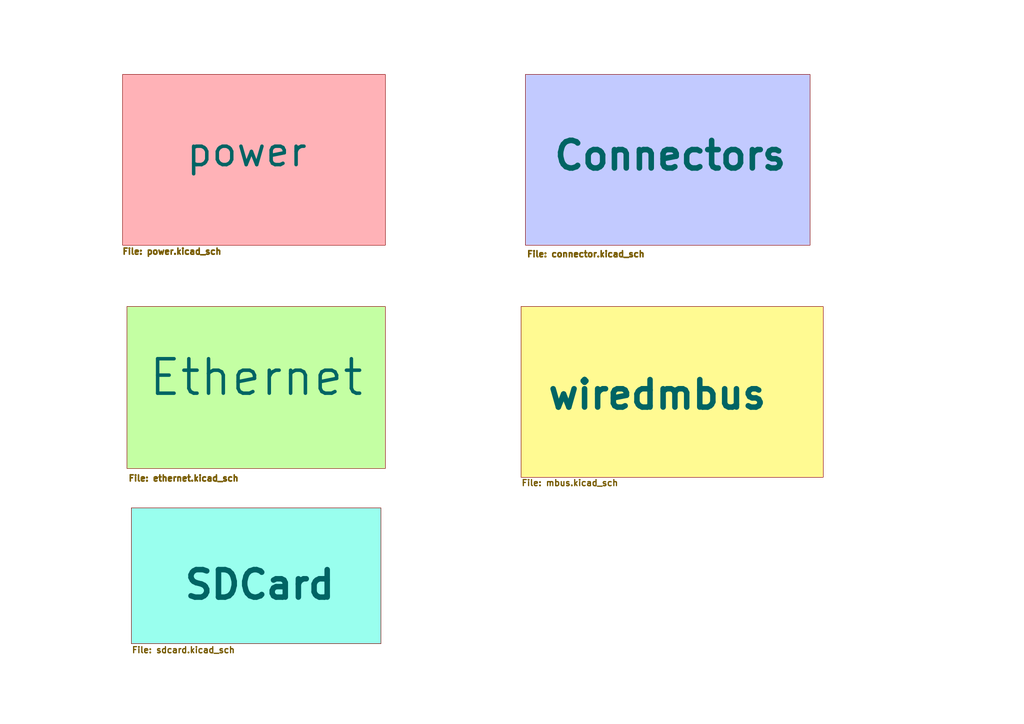
<source format=kicad_sch>
(kicad_sch
	(version 20231120)
	(generator "eeschema")
	(generator_version "8.0")
	(uuid "30a07aa9-a4c6-42ad-8aa6-f5766a70e64f")
	(paper "A4")
	(title_block
		(title "S0 Base Board")
		(date "2025-02-26")
		(rev "v0.1.0")
		(company "Abstract Machines")
		(comment 1 "Deigned By: Rodney Osodo")
		(comment 2 "Approved By: Jones Kisaka")
	)
	(lib_symbols)
	(sheet
		(at 152.4 21.59)
		(size 82.55 49.53)
		(stroke
			(width 0.1524)
			(type solid)
		)
		(fill
			(color 194 202 255 1.0000)
		)
		(uuid "5fd7a6a7-9e92-4e1d-8156-8c064725d4fa")
		(property "Sheetname" "Connectors"
			(at 160.02 49.784 0)
			(effects
				(font
					(size 8 8)
					(thickness 1.6)
					(bold yes)
				)
				(justify left bottom)
			)
		)
		(property "Sheetfile" "connector.kicad_sch"
			(at 152.654 72.644 0)
			(effects
				(font
					(size 1.778 1.778)
					(thickness 0.762)
					(bold yes)
				)
				(justify left top)
			)
		)
		(instances
			(project "s0-base-board"
				(path "/30a07aa9-a4c6-42ad-8aa6-f5766a70e64f"
					(page "4")
				)
			)
		)
	)
	(sheet
		(at 151.13 88.9)
		(size 87.63 49.53)
		(stroke
			(width 0.1524)
			(type solid)
		)
		(fill
			(color 255 250 146 1.0000)
		)
		(uuid "715e542c-ab65-47cd-8818-1fd83daf1c1f")
		(property "Sheetname" "wiredmbus"
			(at 158.242 119.126 0)
			(effects
				(font
					(size 7.9756 7.9756)
					(thickness 1.5951)
					(bold yes)
				)
				(justify left bottom)
			)
		)
		(property "Sheetfile" "mbus.kicad_sch"
			(at 151.13 139.0146 0)
			(effects
				(font
					(size 1.778 1.778)
					(thickness 0.3556)
					(bold yes)
				)
				(justify left top)
			)
		)
		(instances
			(project "s0-base-board"
				(path "/30a07aa9-a4c6-42ad-8aa6-f5766a70e64f"
					(page "5")
				)
			)
		)
	)
	(sheet
		(at 36.83 88.9)
		(size 74.93 46.99)
		(stroke
			(width 0.1524)
			(type solid)
		)
		(fill
			(color 196 255 163 1.0000)
		)
		(uuid "b1694f27-1acf-4a7e-8289-2ed952927141")
		(property "Sheetname" "Ethernet"
			(at 42.672 115.316 0)
			(effects
				(font
					(size 10 10)
					(thickness 1.016)
					(bold yes)
				)
				(justify left bottom)
			)
		)
		(property "Sheetfile" "ethernet.kicad_sch"
			(at 37.084 137.668 0)
			(effects
				(font
					(size 1.778 1.778)
					(thickness 0.762)
					(bold yes)
				)
				(justify left top)
			)
		)
		(instances
			(project "s0-base-board"
				(path "/30a07aa9-a4c6-42ad-8aa6-f5766a70e64f"
					(page "3")
				)
			)
		)
	)
	(sheet
		(at 35.56 21.59)
		(size 76.2 49.53)
		(stroke
			(width 0.1524)
			(type solid)
		)
		(fill
			(color 255 178 183 1.0000)
		)
		(uuid "c8f0bed1-a3c6-4de4-ad0b-f2169564ca41")
		(property "Sheetname" "power"
			(at 53.594 48.768 0)
			(effects
				(font
					(size 8 8)
					(thickness 1.016)
					(bold yes)
				)
				(justify left bottom)
			)
		)
		(property "Sheetfile" "power.kicad_sch"
			(at 35.306 71.882 0)
			(effects
				(font
					(size 1.778 1.778)
					(thickness 0.762)
					(bold yes)
				)
				(justify left top)
			)
		)
		(instances
			(project "s0-base-board"
				(path "/30a07aa9-a4c6-42ad-8aa6-f5766a70e64f"
					(page "2")
				)
			)
		)
	)
	(sheet
		(at 38.1 147.32)
		(size 72.39 39.37)
		(stroke
			(width 0.1524)
			(type solid)
		)
		(fill
			(color 153 255 238 1.0000)
		)
		(uuid "f2854479-1356-4573-8b4e-a1726dc0bfe8")
		(property "Sheetname" "SDCard"
			(at 52.832 174.244 0)
			(effects
				(font
					(size 7.9756 7.9756)
					(thickness 1.5951)
					(bold yes)
				)
				(justify left bottom)
			)
		)
		(property "Sheetfile" "sdcard.kicad_sch"
			(at 38.1 187.4778 0)
			(effects
				(font
					(size 1.778 1.778)
					(thickness 0.3556)
					(bold yes)
				)
				(justify left top)
			)
		)
		(instances
			(project "s0-base-board"
				(path "/30a07aa9-a4c6-42ad-8aa6-f5766a70e64f"
					(page "6")
				)
			)
		)
	)
	(sheet_instances
		(path "/"
			(page "1")
		)
	)
)

</source>
